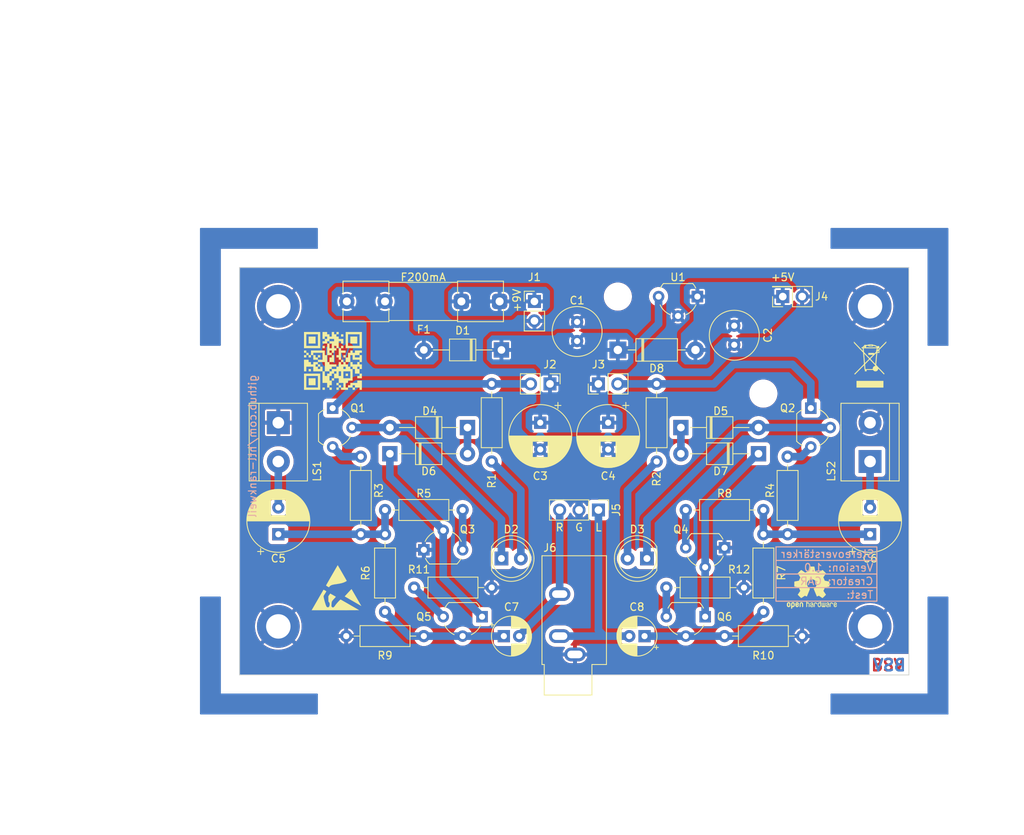
<source format=kicad_pcb>
(kicad_pcb (version 20221018) (generator pcbnew)
  (title_block (title "${acronym} - ${title}") (date "${date}") (rev "${revision}") (company "${company}") (comment 1 "${creator}") (comment 2 "${license}"))
  (layers (0 "F.Cu" signal) (31 "B.Cu" signal) (34 "B.Paste" user) (35 "F.Paste" user) (36 "B.SilkS" user "B.Silkscreen") (37 "F.SilkS" user "F.Silkscreen") (38 "B.Mask" user) (39 "F.Mask" user) (44 "Edge.Cuts" user))
  (property "acronym" "BSV")
  (property "company" "HTL-Rankweil")
  (property "creator" "GAR")
  (property "date" "1337-13-37")
  (property "license" "CC BY-NC-SA 4.0")
  (property "link" "github.com/htl-rankweil")
  (property "revision" "1.0")
  (property "title" "Stereoverstärker")
  (net 0 "")
  (net 1 "+9V")
  (net 2 "GND")
  (net 3 "+5V")
  (net 4 "Net-(C5-Pad1)")
  (net 5 "Net-(C5-Pad2)")
  (net 6 "Net-(C6-Pad1)")
  (net 7 "Net-(C6-Pad2)")
  (net 8 "Net-(Q5-B)")
  (net 9 "Net-(J5-Pin_3)")
  (net 10 "Net-(Q6-B)")
  (net 11 "Net-(J5-Pin_1)")
  (net 12 "Net-(D1-A)")
  (net 13 "Net-(D2-K)")
  (net 14 "Net-(D2-A)")
  (net 15 "Net-(D3-K)")
  (net 16 "Net-(D3-A)")
  (net 17 "Net-(D4-K)")
  (net 18 "Net-(D5-K)")
  (net 19 "Net-(D6-K)")
  (net 20 "Net-(D7-K)")
  (net 21 "Net-(J1-Pin_1)")
  (net 22 "Net-(J2-Pin_2)")
  (net 23 "Net-(J3-Pin_2)")
  (net 24 "Net-(Q1-E)")
  (net 25 "Net-(Q2-E)")
  (net 26 "Net-(Q3-E)")
  (net 27 "Net-(Q4-E)")
  (net 28 "Net-(Q5-E)")
  (net 29 "Net-(Q6-E)")
  (footprint "Capacitor_THT:CP_Radial_D8.0mm_P3.50mm" (layer "F.Cu") (at 148.59 96.52 -90)
    (fp_text reference "C4" (at 6.985 0 180) (layer "F.SilkS"))
    (fp_text value "220u")
    (pad "1" thru_hole rect (at 0 0 270) (size 1.6 1.6) (drill 0.8) (layers "*.Cu" "*.Mask") (net 1 "+9V"))
    (pad "2" thru_hole circle (at 3.5 0 270) (size 1.6 1.6) (drill 0.8) (layers "*.Cu" "*.Mask") (net 2 "GND"))
  )
  (footprint "MountingHole:MountingHole_3.2mm_M3" (layer "F.Cu") (at 168.91 92.71)
    (fp_text reference "H6" hide)
    (fp_text value "MountingHole" hide)
    (pad "" np_thru_hole circle (at 0 0) (size 3.2 3.2) (drill 3.2) (layers "*.Cu" "*.Mask"))
  )
  (footprint "Diode_THT:D_T-1_P10.16mm_Horizontal" (layer "F.Cu") (at 120.015 100.584)
    (fp_text reference "D6" (at 5.08 2.286) (layer "F.SilkS"))
    (fp_text value "1N4148")
    (pad "1" thru_hole rect (at 0 0) (size 2 2) (drill 1) (layers "*.Cu" "*.Mask") (net 19 "Net-(D6-K)"))
    (pad "2" thru_hole oval (at 10.16 0) (size 2 2) (drill 1) (layers "*.Cu" "*.Mask") (net 17 "Net-(D4-K)"))
  )
  (footprint "MountingHole:MountingHole_3.2mm_M3_DIN965_Pad" (layer "F.Cu") (at 182.88 81.28)
    (fp_text reference "H2" hide)
    (fp_text value "MountingHole_Pad" hide)
    (pad "1" thru_hole circle (at 0 0) (size 5.6 5.6) (drill 3.2) (layers "*.Cu" "*.Mask") (net 2 "GND"))
  )
  (footprint "Package_TO_SOT_THT:TO-92_Wide" (layer "F.Cu") (at 112.522 94.615 -90)
    (fp_text reference "Q1" (at 0 -3.31 180) (layer "F.SilkS"))
    (fp_text value "BC337")
    (pad "1" thru_hole rect (at 0 0 270) (size 1.5 1.5) (drill 0.8) (layers "*.Cu" "*.Mask") (net 22 "Net-(J2-Pin_2)"))
    (pad "2" thru_hole circle (at 2.54 -2.54 270) (size 1.5 1.5) (drill 0.8) (layers "*.Cu" "*.Mask") (net 13 "Net-(D2-K)"))
    (pad "3" thru_hole circle (at 5.08 0 270) (size 1.5 1.5) (drill 0.8) (layers "*.Cu" "*.Mask") (net 24 "Net-(Q1-E)"))
  )
  (footprint "Package_TO_SOT_THT:TO-92_Wide" (layer "F.Cu") (at 132.08 121.92 180)
    (fp_text reference "Q5" (at 7.62 0) (layer "F.SilkS"))
    (fp_text value "BC547")
    (pad "1" thru_hole rect (at 0 0 180) (size 1.5 1.5) (drill 0.8) (layers "*.Cu" "*.Mask") (net 19 "Net-(D6-K)"))
    (pad "2" thru_hole circle (at 2.54 -2.54 180) (size 1.5 1.5) (drill 0.8) (layers "*.Cu" "*.Mask") (net 8 "Net-(Q5-B)"))
    (pad "3" thru_hole circle (at 5.08 0 180) (size 1.5 1.5) (drill 0.8) (layers "*.Cu" "*.Mask") (net 28 "Net-(Q5-E)"))
  )
  (footprint "Diode_THT:D_T-1_P10.16mm_Horizontal" (layer "F.Cu") (at 130.175 97.155 180)
    (fp_text reference "D4" (at 4.953 2.159) (layer "F.SilkS"))
    (fp_text value "1N4148")
    (pad "1" thru_hole rect (at 0 0 180) (size 2 2) (drill 1) (layers "*.Cu" "*.Mask") (net 17 "Net-(D4-K)"))
    (pad "2" thru_hole oval (at 10.16 0 180) (size 2 2) (drill 1) (layers "*.Cu" "*.Mask") (net 13 "Net-(D2-K)"))
  )
  (footprint "Connector_PinHeader_2.54mm:PinHeader_1x02_P2.54mm_Vertical" (layer "F.Cu") (at 138.938 80.645)
    (fp_text reference "J1" (at 0 -3.175) (layer "F.SilkS"))
    (fp_text value "Conn_01x02_Pin" hide)
    (pad "1" thru_hole rect (at 0 0) (size 1.7 1.7) (drill 1) (layers "*.Cu" "*.Mask") (net 21 "Net-(J1-Pin_1)"))
    (pad "2" thru_hole oval (at 0 2.54) (size 1.7 1.7) (drill 1) (layers "*.Cu" "*.Mask") (net 2 "GND"))
  )
  (footprint "Package_TO_SOT_THT:TO-92_Wide" (layer "F.Cu") (at 161.29 121.92 180)
    (fp_text reference "Q6" (at -2.54 0) (layer "F.SilkS"))
    (fp_text value "BC547")
    (pad "1" thru_hole rect (at 0 0 180) (size 1.5 1.5) (drill 0.8) (layers "*.Cu" "*.Mask") (net 20 "Net-(D7-K)"))
    (pad "2" thru_hole circle (at 2.54 -2.54 180) (size 1.5 1.5) (drill 0.8) (layers "*.Cu" "*.Mask") (net 10 "Net-(Q6-B)"))
    (pad "3" thru_hole circle (at 5.08 0 180) (size 1.5 1.5) (drill 0.8) (layers "*.Cu" "*.Mask") (net 29 "Net-(Q6-E)"))
  )
  (footprint "Capacitor_THT:CP_Radial_D5.0mm_P2.00mm" (layer "F.Cu") (at 153.355113 124.46 180)
    (fp_text reference "C8" (at 1 3.81) (layer "F.SilkS"))
    (fp_text value "10u")
    (pad "1" thru_hole rect (at 0 0 180) (size 1.6 1.6) (drill 0.8) (layers "*.Cu" "*.Mask") (net 10 "Net-(Q6-B)"))
    (pad "2" thru_hole circle (at 2 0 180) (size 1.6 1.6) (drill 0.8) (layers "*.Cu" "*.Mask") (net 11 "Net-(J5-Pin_1)"))
  )
  (footprint "Images:QR_0x007e" (layer "F.Cu") (at 112.7125 88.5825)
    (fp_text reference "FID4" hide)
    (fp_text value "QR" hide)
  )
  (footprint "Resistor_THT:R_Axial_DIN0207_L6.3mm_D2.5mm_P10.16mm_Horizontal" (layer "F.Cu") (at 168.91 111.125 -90)
    (fp_text reference "R7" (at 5.08 -2.37 90) (layer "F.SilkS"))
    (fp_text value "47k")
    (pad "1" thru_hole circle (at 0 0 270) (size 1.6 1.6) (drill 0.8) (layers "*.Cu" "*.Mask") (net 6 "Net-(C6-Pad1)"))
    (pad "2" thru_hole oval (at 10.16 0 270) (size 1.6 1.6) (drill 0.8) (layers "*.Cu" "*.Mask") (net 10 "Net-(Q6-B)"))
  )
  (footprint "Resistor_THT:R_Axial_DIN0207_L6.3mm_D2.5mm_P10.16mm_Horizontal" (layer "F.Cu") (at 124.46 124.46 180)
    (fp_text reference "R9" (at 5.08 -2.54) (layer "F.SilkS"))
    (fp_text value "12k")
    (pad "1" thru_hole circle (at 0 0 180) (size 1.6 1.6) (drill 0.8) (layers "*.Cu" "*.Mask") (net 8 "Net-(Q5-B)"))
    (pad "2" thru_hole oval (at 10.16 0 180) (size 1.6 1.6) (drill 0.8) (layers "*.Cu" "*.Mask") (net 2 "GND"))
  )
  (footprint "Connector_PinHeader_2.54mm:PinHeader_1x02_P2.54mm_Vertical" (layer "F.Cu") (at 140.975 91.44 -90)
    (fp_text reference "J2" (at -2.54 0.005 180) (layer "F.SilkS"))
    (fp_text value "Conn_01x02_Pin" hide)
    (pad "1" thru_hole rect (at 0 0 270) (size 1.7 1.7) (drill 1) (layers "*.Cu" "*.Mask") (net 1 "+9V"))
    (pad "2" thru_hole oval (at 0 2.54 270) (size 1.7 1.7) (drill 1) (layers "*.Cu" "*.Mask") (net 22 "Net-(J2-Pin_2)"))
  )
  (footprint "LED_THT:LED_D5.0mm" (layer "F.Cu") (at 134.62 114.3)
    (fp_text reference "D2" (at 1.27 -3.81) (layer "F.SilkS"))
    (fp_text value "LED")
    (pad "1" thru_hole rect (at 0 0) (size 1.8 1.8) (drill 0.9) (layers "*.Cu" "*.Mask") (net 13 "Net-(D2-K)"))
    (pad "2" thru_hole circle (at 2.54 0) (size 1.8 1.8) (drill 0.9) (layers "*.Cu" "*.Mask") (net 14 "Net-(D2-A)"))
  )
  (footprint "Resistor_THT:R_Axial_DIN0207_L6.3mm_D2.5mm_P10.16mm_Horizontal" (layer "F.Cu") (at 154.94 91.44 -90)
    (fp_text reference "R2" (at 12.446 0 90) (layer "F.SilkS"))
    (fp_text value "1k2")
    (pad "1" thru_hole circle (at 0 0 270) (size 1.6 1.6) (drill 0.8) (layers "*.Cu" "*.Mask") (net 23 "Net-(J3-Pin_2)"))
    (pad "2" thru_hole oval (at 10.16 0 270) (size 1.6 1.6) (drill 0.8) (layers "*.Cu" "*.Mask") (net 16 "Net-(D3-A)"))
  )
  (footprint "Capacitor_THT:C_Radial_D6.3mm_H5.0mm_P2.50mm" (layer "F.Cu") (at 165.1 83.82 -90)
    (fp_text reference "C2" (at 1.25 -4.4 90) (layer "F.SilkS"))
    (fp_text value "220u")
    (pad "1" thru_hole circle (at 0 0 270) (size 1.6 1.6) (drill 0.8) (layers "*.Cu" "*.Mask") (net 3 "+5V"))
    (pad "2" thru_hole circle (at 2.5 0 270) (size 1.6 1.6) (drill 0.8) (layers "*.Cu" "*.Mask") (net 2 "GND"))
  )
  (footprint "MountingHole:MountingHole_3.2mm_M3" (layer "F.Cu") (at 149.86 80.01)
    (fp_text reference "H5" hide)
    (fp_text value "MountingHole" hide)
    (pad "" np_thru_hole circle (at 0 0) (size 3.2 3.2) (drill 3.2) (layers "*.Cu" "*.Mask"))
  )
  (footprint "Capacitor_THT:CP_Radial_D8.0mm_P3.50mm" (layer "F.Cu") (at 182.88 111.125 90)
    (fp_text reference "C6" (at -3.175 0 180) (layer "F.SilkS"))
    (fp_text value "470u")
    (pad "1" thru_hole rect (at 0 0 90) (size 1.6 1.6) (drill 0.8) (layers "*.Cu" "*.Mask") (net 6 "Net-(C6-Pad1)"))
    (pad "2" thru_hole circle (at 3.5 0 90) (size 1.6 1.6) (drill 0.8) (layers "*.Cu" "*.Mask") (net 7 "Net-(C6-Pad2)"))
  )
  (footprint "Package_TO_SOT_THT:TO-92_Wide" (layer "F.Cu") (at 163.83 112.895 180)
    (fp_text reference "Q4" (at 5.715 2.405) (layer "F.SilkS"))
    (fp_text value "BC327")
    (pad "1" thru_hole rect (at 0 0 180) (size 1.5 1.5) (drill 0.8) (layers "*.Cu" "*.Mask") (net 2 "GND"))
    (pad "2" thru_hole circle (at 2.54 -2.54 180) (size 1.5 1.5) (drill 0.8) (layers "*.Cu" "*.Mask") (net 20 "Net-(D7-K)"))
    (pad "3" thru_hole circle (at 5.08 0 180) (size 1.5 1.5) (drill 0.8) (layers "*.Cu" "*.Mask") (net 27 "Net-(Q4-E)"))
  )
  (footprint "Resistor_THT:R_Axial_DIN0207_L6.3mm_D2.5mm_P10.16mm_Horizontal" (layer "F.Cu") (at 168.91 107.95 180)
    (fp_text reference "R8" (at 5.08 2.159) (layer "F.SilkS"))
    (fp_text value "3R3")
    (pad "1" thru_hole circle (at 0 0 180) (size 1.6 1.6) (drill 0.8) (layers "*.Cu" "*.Mask") (net 6 "Net-(C6-Pad1)"))
    (pad "2" thru_hole oval (at 10.16 0 180) (size 1.6 1.6) (drill 0.8) (layers "*.Cu" "*.Mask") (net 27 "Net-(Q4-E)"))
  )
  (footprint "Resistor_THT:R_Axial_DIN0207_L6.3mm_D2.5mm_P10.16mm_Horizontal" (layer "F.Cu") (at 133.35 91.44 -90)
    (fp_text reference "R1" (at 12.7 0 -270) (layer "F.SilkS"))
    (fp_text value "1k2")
    (pad "1" thru_hole circle (at 0 0 270) (size 1.6 1.6) (drill 0.8) (layers "*.Cu" "*.Mask") (net 22 "Net-(J2-Pin_2)"))
    (pad "2" thru_hole oval (at 10.16 0 270) (size 1.6 1.6) (drill 0.8) (layers "*.Cu" "*.Mask") (net 14 "Net-(D2-A)"))
  )
  (footprint "Connector_PinHeader_2.54mm:PinHeader_1x02_P2.54mm_Vertical" (layer "F.Cu") (at 147.315 91.44 90)
    (fp_text reference "J3" (at 2.54 0.005 180) (layer "F.SilkS"))
    (fp_text value "Conn_01x02_Pin" hide)
    (pad "1" thru_hole rect (at 0 0 90) (size 1.7 1.7) (drill 1) (layers "*.Cu" "*.Mask") (net 1 "+9V"))
    (pad "2" thru_hole oval (at 0 2.54 90) (size 1.7 1.7) (drill 1) (layers "*.Cu" "*.Mask") (net 23 "Net-(J3-Pin_2)"))
  )
  (footprint "Diode_THT:D_T-1_P10.16mm_Horizontal" (layer "F.Cu") (at 158.115 97.155)
    (fp_text reference "D5" (at 5.207 -2.159) (layer "F.SilkS"))
    (fp_text value "1N4148")
    (pad "1" thru_hole rect (at 0 0) (size 2 2) (drill 1) (layers "*.Cu" "*.Mask") (net 18 "Net-(D5-K)"))
    (pad "2" thru_hole oval (at 10.16 0) (size 2 2) (drill 1) (layers "*.Cu" "*.Mask") (net 15 "Net-(D3-K)"))
  )
  (footprint "Capacitor_THT:CP_Radial_D5.0mm_P2.00mm" (layer "F.Cu") (at 134.934888 124.46)
    (fp_text reference "C7" (at 1 -3.81) (layer "F.SilkS"))
    (fp_text value "10u")
    (pad "1" thru_hole rect (at 0 0) (size 1.6 1.6) (drill 0.8) (layers "*.Cu" "*.Mask") (net 8 "Net-(Q5-B)"))
    (pad "2" thru_hole circle (at 2 0) (size 1.6 1.6) (drill 0.8) (layers "*.Cu" "*.Mask") (net 9 "Net-(J5-Pin_3)"))
  )
  (footprint "MountingHole:MountingHole_3.2mm_M3_DIN965_Pad" (layer "F.Cu") (at 105.41 81.28)
    (fp_text reference "H1" hide)
    (fp_text value "MountingHole_Pad" hide)
    (pad "1" thru_hole circle (at 0 0) (size 5.6 5.6) (drill 3.2) (layers "*.Cu" "*.Mask") (net 2 "GND"))
  )
  (footprint "Resistor_THT:R_Axial_DIN0207_L6.3mm_D2.5mm_P10.16mm_Horizontal" (layer "F.Cu") (at 163.83 124.46)
    (fp_text reference "R10" (at 5.08 2.54) (layer "F.SilkS"))
    (fp_text value "12k")
    (pad "1" thru_hole circle (at 0 0) (size 1.6 1.6) (drill 0.8) (layers "*.Cu" "*.Mask") (net 10 "Net-(Q6-B)"))
    (pad "2" thru_hole oval (at 10.16 0) (size 1.6 1.6) (drill 0.8) (layers "*.Cu" "*.Mask") (net 2 "GND"))
  )
  (footprint "Capacitor_THT:CP_Radial_D8.0mm_P3.50mm" (layer "F.Cu") (at 139.7 96.52 -90)
    (fp_text reference "C3" (at 6.985 0 180) (layer "F.SilkS"))
    (fp_text value "220u")
    (pad "1" thru_hole rect (at 0 0 270) (size 1.6 1.6) (drill 0.8) (layers "*.Cu" "*.Mask") (net 1 "+9V"))
    (pad "2" thru_hole circle (at 3.5 0 270) (size 1.6 1.6) (drill 0.8) (layers "*.Cu" "*.Mask") (net 2 "GND"))
  )
  (footprint "Connector_Audio:Jack_3.5mm_CUI_SJ1-3533NG_Horizontal" (layer "F.Cu") (at 144.245 126.86 180)
    (fp_text reference "J6" (at 3.275 13.96 180) (layer "F.SilkS"))
    (fp_text value "AudioJack3" hide)
    (pad "R" thru_hole oval (at 2 7.9 180) (size 2.8 1.8) (drill oval 2 1) (layers "*.Cu" "*.Mask") (net 9 "Net-(J5-Pin_3)"))
    (pad "S" thru_hole oval (at 0 0 180) (size 2.8 1.8) (drill oval 2 1) (layers "*.Cu" "*.Mask") (net 2 "GND"))
    (pad "T" thru_hole oval (at 2 2.4 180) (size 2.8 1.8) (drill oval 2 1) (layers "*.Cu" "*.Mask") (net 11 "Net-(J5-Pin_1)"))
  )
  (footprint "Symbol:OSHW-Logo2_7.3x6mm_SilkScreen" (layer "F.Cu") (at 175.26 118.11)
    (fp_text reference "FID2" hide)
    (fp_text value "Fiducial" hide)
  )
  (footprint "Diode_THT:D_T-1_P10.16mm_Horizontal" (layer "F.Cu") (at 168.275 100.584 180)
    (fp_text reference "D7" (at 4.953 -2.286) (layer "F.SilkS"))
    (fp_text value "1N4148")
    (pad "1" thru_hole rect (at 0 0 180) (size 2 2) (drill 1) (layers "*.Cu" "*.Mask") (net 20 "Net-(D7-K)"))
    (pad "2" thru_hole oval (at 10.16 0 180) (size 2 2) (drill 1) (layers "*.Cu" "*.Mask") (net 18 "Net-(D5-K)"))
  )
  (footprint "Diode_THT:D_DO-41_SOD81_P10.16mm_Horizontal" (layer "F.Cu") (at 149.86 86.995)
    (fp_text reference "D8" (at 5.08 2.413) (layer "F.SilkS"))
    (fp_text value "1N4001")
    (pad "1" thru_hole rect (at 0 0) (size 2.2 2.2) (drill 1.1) (layers "*.Cu" "*.Mask") (net 1 "+9V"))
    (pad "2" thru_hole oval (at 10.16 0) (size 2.2 2.2) (drill 1.1) (layers "*.Cu" "*.Mask") (net 3 "+5V"))
  )
  (footprint "Connector_PinHeader_2.54mm:PinHeader_1x03_P2.54mm_Vertical" (layer "F.Cu") (at 147.32 107.95 -90)
    (fp_text reference "J5" (at 0 -2.33 90) (layer "F.SilkS"))
    (fp_text value "Conn_01x03_Pin")
    (pad "1" thru_hole rect (at 0 0 270) (size 1.7 1.7) (drill 1) (layers "*.Cu" "*.Mask") (net 11 "Net-(J5-Pin_1)"))
    (pad "2" thru_hole oval (at 0 2.54 270) (size 1.7 1.7) (drill 1) (layers "*.Cu" "*.Mask") (net 2 "GND"))
    (pad "3" thru_hole oval (at 0 5.08 270) (size 1.7 1.7) (drill 1) (layers "*.Cu" "*.Mask") (net 9 "Net-(J5-Pin_3)"))
  )
  (footprint "Package_TO_SOT_THT:TO-92L_Wide" (layer "F.Cu") (at 160.274 80.01 180)
    (fp_text reference "U1" (at 2.54 2.54) (layer "F.SilkS"))
    (fp_text value "L78L05_TO92")
    (pad "1" thru_hole rect (at 0 0 180) (size 1.5 1.5) (drill 0.8) (layers "*.Cu" "*.Mask") (net 3 "+5V"))
    (pad "2" thru_hole circle (at 2.54 -2.54 180) (size 1.5 1.5) (drill 0.8) (layers "*.Cu" "*.Mask") (net 2 "GND"))
    (pad "3" thru_hole circle (at 5.08 0 180) (size 1.5 1.5) (drill 0.8) (layers "*.Cu" "*.Mask") (net 1 "+9V"))
  )
  (footprint "Capacitor_THT:CP_Radial_D8.0mm_P3.50mm" (layer "F.Cu") (at 105.41 111.125 90)
    (fp_text reference "C5" (at -3.175 0 180) (layer "F.SilkS"))
    (fp_text value "470u")
    (pad "1" thru_hole rect (at 0 0 90) (size 1.6 1.6) (drill 0.8) (layers "*.Cu" "*.Mask") (net 4 "Net-(C5-Pad1)"))
    (pad "2" thru_hole circle (at 3.5 0 90) (size 1.6 1.6) (drill 0.8) (layers "*.Cu" "*.Mask") (net 5 "Net-(C5-Pad2)"))
  )
  (footprint "Fuse:Fuseholder_Clip-5x20mm_Littelfuse_111_Inline_P20.00x5.00mm_D1.05mm_Horizontal" (layer "F.Cu") (at 134.38 80.645 180)
    (fp_text reference "F1" (at 9.92 -3.683 180) (layer "F.SilkS"))
    (fp_text value "Fuse")
    (pad "1" thru_hole roundrect (at 0 0 180) (size 2 2) (drill 1.05) (layers "*.Cu" "*.Mask") (net 21 "Net-(J1-Pin_1)"))
    (pad "1" thru_hole roundrect (at 5 0 180) (size 2 2) (drill 1.05) (layers "*.Cu" "*.Mask") (net 21 "Net-(J1-Pin_1)"))
    (pad "2" thru_hole circle (at 15 0 180) (size 2 2) (drill 1.05) (layers "*.Cu" "*.Mask") (net 12 "Net-(D1-A)"))
    (pad "2" thru_hole circle (at 20 0 180) (size 2 2) (drill 1.05) (layers "*.Cu" "*.Mask") (net 12 "Net-(D1-A)"))
  )
  (footprint "MountingHole:MountingHole_3.2mm_M3_DIN965_Pad" (layer "F.Cu") (at 182.88 123.19)
    (fp_text reference "H4" hide)
    (fp_text value "MountingHole_Pad" hide)
    (pad "1" thru_hole circle (at 0 0) (size 5.6 5.6) (drill 3.2) (layers "*.Cu" "*.Mask") (net 2 "GND"))
  )
  (footprint "Resistor_THT:R_Axial_DIN0207_L6.3mm_D2.5mm_P10.16mm_Horizontal" (layer "F.Cu") (at 119.38 107.95)
    (fp_text reference "R5" (at 5.08 -2.159) (layer "F.SilkS"))
    (fp_text value "3R3")
    (pad "1" thru_hole circle (at 0 0) (size 1.6 1.6) (drill 0.8) (layers "*.Cu" "*.Mask") (net 4 "Net-(C5-Pad1)"))
    (pad "2" thru_hole oval (at 10.16 0) (size 1.6 1.6) (drill 0.8) (layers "*.Cu" "*.Mask") (net 26 "Net-(Q3-E)"))
  )
  (footprint "TerminalBlock:TerminalBlock_bornier-2_P5.08mm" (layer "F.Cu") (at 105.41 96.52 -90)
    (fp_text reference "LS1" (at 6.35 -5.08 90) (layer "F.SilkS"))
    (fp_text value "Speaker" hide)
    (pad "1" thru_hole rect (at 0 0 270) (size 3 3) (drill 1.52) (layers "*.Cu" "*.Mask") (net 2 "GND"))
    (pad "2" thru_hole circle (at 5.08 0 270) (size 3 3) (drill 1.52) (layers "*.Cu" "*.Mask") (net 5 "Net-(C5-Pad2)"))
  )
  (footprint "Package_TO_SOT_THT:TO-92_Wide" (layer "F.Cu") (at 175.125 94.615 -90)
    (fp_text reference "Q2" (at 0 3.04 180) (layer "F.SilkS"))
    (fp_text value "BC337")
    (pad "1" thru_hole rect (at 0 0 270) (size 1.5 1.5) (drill 0.8) (layers "*.Cu" "*.Mask") (net 23 "Net-(J3-Pin_2)"))
    (pad "2" thru_hole circle (at 2.54 -2.54 270) (size 1.5 1.5) (drill 0.8) (layers "*.Cu" "*.Mask") (net 15 "Net-(D3-K)"))
    (pad "3" thru_hole circle (at 5.08 0 270) (size 1.5 1.5) (drill 0.8) (layers "*.Cu" "*.Mask") (net 25 "Net-(Q2-E)"))
  )
  (footprint "Symbol:ESD-Logo_6.6x6mm_SilkScreen" (layer "F.Cu") (at 113.03 118.11)
    (fp_text reference "FID1" hide)
    (fp_text value "Fiducial" hide)
  )
  (footprint "LED_THT:LED_D5.0mm" (layer "F.Cu") (at 153.67 114.3 180)
    (fp_text reference "D3" (at 1.27 3.81) (layer "F.SilkS"))
    (fp_text value "LED")
    (pad "1" thru_hole rect (at 0 0 180) (size 1.8 1.8) (drill 0.9) (layers "*.Cu" "*.Mask") (net 15 "Net-(D3-K)"))
    (pad "2" thru_hole circle (at 2.54 0 180) (size 1.8 1.8) (drill 0.9) (layers "*.Cu" "*.Mask") (net 16 "Net-(D3-A)"))
  )
  (footprint "Resistor_THT:R_Axial_DIN0207_L6.3mm_D2.5mm_P10.16mm_Horizontal" (layer "F.Cu") (at 119.38 111.125 -90)
    (fp_text reference "R6" (at 5.08 2.54 90) (layer "F.SilkS"))
    (fp_text value "47k")
    (pad "1" thru_hole circle (at 0 0 270) (size 1.6 1.6) (drill 0.8) (layers "*.Cu" "*.Mask") (net 4 "Net-(C5-Pad1)"))
    (pad "2" thru_hole oval (at 10.16 0 270) (size 1.6 1.6) (drill 0.8) (layers "*.Cu" "*.Mask") (net 8 "Net-(Q5-B)"))
  )
  (footprint "Resistor_THT:R_Axial_DIN0207_L6.3mm_D2.5mm_P10.16mm_Horizontal" (layer "F.Cu") (at 156.21 118.11)
    (fp_text reference "R12" (at 9.525 -2.37) (layer "F.SilkS"))
    (fp_text value "22")
    (pad "1" thru_hole circle (at 0 0) (size 1.6 1.6) (drill 0.8) (layers "*.Cu" "*.Mask") (net 29 "Net-(Q6-E)"))
    (pad "2" thru_hole oval (at 10.16 0) (size 1.6 1.6) (drill 0.8) (layers "*.Cu" "*.Mask") (net 2 "GND"))
  )
  (footprint "Resistor_THT:R_Axial_DIN0207_L6.3mm_D2.5mm_P10.16mm_Horizontal" (layer "F.Cu") (at 172.085 100.965 -90)
    (fp_text reference "R4" (at 4.445 2.286 90) (layer "F.SilkS"))
    (fp_text value "3R3")
    (pad "1" thru_hole circle (at 0 0 270) (size 1.6 1.6) (drill 0.8) (layers "*.Cu" "*.Mask") (net 25 "Net-(Q2-E)"))
    (pad "2" thru_hole oval (at 10.16 0 270) (size 1.6 1.6) (drill 0.8) (layers "*.Cu" "*.Mask") (net 6 "Net-(C6-Pad1)"))
  )
  (footprint "MountingHole:MountingHole_3.2mm_M3_DIN965_Pad" (layer "F.Cu") (at 105.41 123.19)
    (fp_text reference "H3" hide)
    (fp_text value "MountingHole_Pad" hide)
    (pad "1" thru_hole circle (at 0 0) (size 5.6 5.6) (drill 3.2) (layers "*.Cu" "*.Mask") (net 2 "GND"))
  )
  (footprint "Package_TO_SOT_THT:TO-92_Wide" (layer "F.Cu") (at 124.46 113.165)
    (fp_text reference "Q3" (at 5.715 -2.675) (layer "F.SilkS"))
    (fp_text value "BC327")
    (pad "1" thru_hole rect (at 0 0) (size 1.5 1.5) (drill 0.8) (layers "*.Cu" "*.Mask") (net 2 "GND"))
    (pad "2" thru_hole circle (at 2.54 -2.54) (size 1.5 1.5) (drill 0.8) (layers "*.Cu" "*.Mask") (net 19 "Net-(D6-K)"))
    (pad "3" thru_hole circle (at 5.08 0) (size 1.5 1.5) (drill 0.8) (layers "*.Cu" "*.Mask") (net 26 "Net-(Q3-E)"))
  )
  (footprint "Symbol:WEEE-Logo_4.2x6mm_SilkScreen" (layer "F.Cu") (at 182.88 88.9)
    (fp_text reference "FID3" hide)
    (fp_text value "Fiducial" hide)
  )
  (footprint "TerminalBlock:TerminalBlock_bornier-2_P5.08mm" (layer "F.Cu") (at 182.88 101.6 90)
    (fp_text reference "LS2" (at -1.27 -5.08 270) (layer "F.SilkS"))
    (fp_text value "Speaker" hide)
    (pad "1" thru_hole rect (at 0 0 90) (size 3 3) (drill 1.52) (layers "*.Cu" "*.Mask") (net 7 "Net-(C6-Pad2)"))
    (pad "2" thru_hole circle (at 5.08 0 90) (size 3 3) (drill 1.52) (layers "*.Cu" "*.Mask") (net 2 "GND"))
  )
  (footprint "Resistor_THT:R_Axial_DIN0207_L6.3mm_D2.5mm_P10.16mm_Horizontal" (layer "F.Cu") (at 123.19 118.11)
    (fp_text reference "R11" (at 0.635 -2.37) (layer "F.SilkS"))
    (fp_text value "22")
    (pad "1" thru_hole circle (at 0 0) (size 1.6 1.6) (drill 0.8) (layers "*.Cu" "*.Mask") (net 28 "Net-(Q5-E)"))
    (pad "2" thru_hole oval (at 10.16 0) (size 1.6 1.6) (drill 0.8) (layers "*.Cu" "*.Mask") (net 2 "GND"))
  )
  (footprint "Diode_THT:D_T-1_P10.16mm_Horizontal" (layer "F.Cu") (at 134.62 86.995 180)
    (fp_text reference "D1" (at 5.08 2.54) (layer "F.SilkS"))
    (fp_text value "D_Schottky")
    (pad "1" thru_hole rect (at 0 0 180) (size 2 2) (drill 1) (layers "*.Cu" "*.Mask") (net 1 "+9V"))
    (pad "2" thru_hole oval (at 10.16 0 180) (size 2 2) (drill 1) (layers "*.Cu" "*.Mask") (net 12 "Net-(D1-A)"))
  )
  (footprint "Capacitor_THT:C_Radial_D6.3mm_H5.0mm_P2.50mm" (layer "F.Cu") (at 144.526 85.832 90)
    (fp_text reference "C1" (at 5.314 0 180) (layer "F.SilkS"))
    (fp_text value "220u")
    (pad "1" thru_hole circle (at 0 0 90) (size 1.6 1.6) (drill 0.8) (layers "*.Cu" "*.Mask") (net 1 "+9V"))
    (pad "2" thru_hole circle (at 2.5 0 90) (size 1.6 1.6) (drill 0.8) (layers "*.Cu" "*.Mask") (net 2 "GND"))
  )
  (footprint "Connector_PinSocket_2.54mm:PinSocket_2x01_P2.54mm_Vertical" (layer "F.Cu") (at 171.45 80.01 180)
    (fp_text reference "J4" (at -5.08 0) (layer "F.SilkS"))
    (fp_text value "Conn_01x02_Socket")
    (pad "1" thru_hole rect (at 0 0 180) (size 1.7 1.7) (drill 1) (layers "*.Cu" "*.Mask") (net 3 "+5V"))
    (pad "2" thru_hole oval (at -2.54 0 180) (size 1.7 1.7) (drill 1) (layers "*.Cu" "*.Mask") (net 2 "GND"))
  )
  (footprint "Resistor_THT:R_Axial_DIN0207_L6.3mm_D2.5mm_P10.16mm_Horizontal" (layer "F.Cu") (at 116.205 100.965 -90)
    (fp_text reference "R3" (at 4.445 -2.37 90) (layer "F.SilkS"))
    (fp_text value "3R3")
    (pad "1" thru_hole circle (at 0 0 270) (size 1.6 1.6) (drill 0.8) (layers "*.Cu" "*.Mask") (net 24 "Net-(Q1-E)"))
    (pad "2" thru_hole oval (at 10.16 0 270) (size 1.6 1.6) (drill 0.8) (layers "*.Cu" "*.Mask") (net 4 "Net-(C5-Pad1)"))
  )
  (gr_line (start 113.9825 88.5825) (end 114.6175 86.6775) (stroke (width 0.2)) (layer "B.Cu"))
  (gr_line (start 112.7125 86.6775) (end 112.7125 88.5825) (stroke (width 0.2)) (layer "B.Cu"))
  (gr_poly (pts (xy 110.49 73.66) (xy 97.79 73.66) (xy 97.79 86.36) (xy 95.25 86.36) (xy 95.25 71.12) (xy 110.49 71.12)) (stroke (width 0.2)) (fill solid) (layer "B.Cu"))
  (gr_poly (pts (xy 193.04 134.62) (xy 177.8 134.62) (xy 177.8 132.08) (xy 190.5 132.08) (xy 190.5 119.38) (xy 193.04 119.38)) (stroke (width 0.2)) (fill solid) (layer "B.Cu"))
  (gr_poly (pts (xy 97.79 132.08) (xy 110.49 132.08) (xy 110.49 134.62) (xy 95.25 134.62) (xy 95.25 119.38) (xy 97.79 119.38)) (stroke (width 0.2)) (fill solid) (layer "B.Cu"))
  (gr_line (start 113.3475 86.6775) (end 113.9825 88.5825) (stroke (width 0.2)) (layer "B.Cu"))
  (gr_poly (pts (xy 193.04 86.36) (xy 190.5 86.36) (xy 190.5 73.66) (xy 177.8 73.66) (xy 177.8 71.12) (xy 193.04 71.12)) (stroke (width 0.2)) (fill solid) (layer "B.Cu"))
  (gr_line (start 111.76 86.6775) (end 111.76 88.5825) (stroke (width 0.2)) (layer "B.Cu"))
  (gr_line (start 183.769 114.554) (end 170.561 114.554) (stroke (width 0.15)) (layer "B.SilkS"))
  (gr_line (start 183.769 118.11) (end 170.561 118.11) (stroke (width 0.15)) (layer "B.SilkS"))
  (gr_line (start 183.769 116.332) (end 170.688 116.332) (stroke (width 0.15)) (layer "B.SilkS"))
  (gr_rect (start 170.561 112.776) (end 183.769 119.888) (stroke (width 0.15)) (fill none) (layer "B.SilkS"))
  (gr_line (start 100.33 76.2) (end 187.96 76.2) (stroke (width 0.1)) (layer "Edge.Cuts"))
  (gr_line (start 100.33 129.54) (end 100.33 76.2) (stroke (width 0.1)) (layer "Edge.Cuts"))
  (gr_line (start 187.96 129.54) (end 100.33 129.54) (stroke (width 0.1)) (layer "Edge.Cuts"))
  (gr_line (start 187.96 76.2) (end 187.96 129.54) (stroke (width 0.1)) (layer "Edge.Cuts"))
  (gr_text "${acronym}" (at 185.166 128.27) (layer "F.Cu") (effects (font (size 1.5 1.5) (thickness 0.3))))
  (gr_text "${acronym}" (at 185.42 128.27) (layer "B.Cu") (effects (font (size 1.5 1.5) (thickness 0.3)) (justify mirror)))
  (gr_text "${link}" (at 102.616 90.17 90) (layer "B.SilkS") (effects (font (size 1 1)) (justify left bottom mirror)))
  (gr_text "${title}" (at 183.515 114.3) (layer "B.SilkS") (effects (font (size 1 1)) (justify left bottom mirror)))
  (gr_text "Creator: ${creator}" (at 183.388 117.856) (layer "B.SilkS") (effects (font (size 1 1)) (justify left bottom mirror)))
  (gr_text "Test:" (at 183.388 119.634) (layer "B.SilkS") (effects (font (size 1 1)) (justify left bottom mirror)))
  (gr_text "Version: ${revision}" (at 183.388 116.078) (layer "B.SilkS") (effects (font (size 1 1)) (justify left bottom mirror)))
  (gr_text "G" (at 144.78 110.236) (layer "F.SilkS") (effects (font (size 1 1))))
  (gr_text "+9V" (at 136.652 80.518 90) (layer "F.SilkS") (effects (font (size 1 1))))
  (gr_text "+5V" (at 171.45 77.47) (layer "F.SilkS") (effects (font (size 1 1))))
  (gr_text "L" (at 147.32 110.236) (layer "F.SilkS") (effects (font (size 1 1))))
  (gr_text "R" (at 142.24 110.236) (layer "F.SilkS") (effects (font (size 1 1))))
  (gr_text "F200mA" (at 124.38 77.47) (layer "F.SilkS") (effects (font (size 1 1))))
  (segment (start 151.765 86.995) (end 149.86 86.995) (width 1) (layer "B.Cu") (net 1))
  (segment (start 155.194 80.01) (end 155.194 83.566) (width 1) (layer "B.Cu") (net 1))
  (segment (start 155.194 83.566) (end 151.765 86.995) (width 1) (layer "B.Cu") (net 1))
  (segment (start 144.78 107.95) (end 144.78 109.855) (width 1) (layer "B.Cu") (net 2))
  (segment (start 144.78 107.95) (end 144.78 106.045) (width 1) (layer "B.Cu") (net 2))
  (segment (start 119.38 111.125) (end 119.38 107.95) (width 1) (layer "B.Cu") (net 4))
  (segment (start 116.205 111.125) (end 119.38 111.125) (width 1) (layer "B.Cu") (net 4))
  (segment (start 116.205 111.125) (end 105.41 111.125) (width 1) (layer "B.Cu") (net 4))
  (segment (start 105.41 107.625) (end 105.41 101.6) (width 1) (layer "B.Cu") (net 5))
  (segment (start 172.085 111.125) (end 168.91 111.125) (width 1) (layer "B.Cu") (net 6))
  (segment (start 182.88 111.125) (end 172.085 111.125) (width 1) (layer "B.Cu") (net 6))
  (segment (start 168.91 111.125) (end 168.91 107.95) (width 1) (layer "B.Cu") (net 6))
  (segment (start 182.88 107.625) (end 182.88 101.6) (width 1) (layer "B.Cu") (net 7))
  (segment (start 122.555 124.46) (end 119.38 121.285) (width 1) (layer "B.Cu") (net 8))
  (segment (start 124.46 124.46) (end 122.555 124.46) (width 1) (layer "B.Cu") (net 8))
  (segment (start 134.934888 124.46) (end 129.54 124.46) (width 1) (layer "B.Cu") (net 8))
  (segment (start 129.54 124.46) (end 124.46 124.46) (width 1) (layer "B.Cu") (net 8))
  (segment (start 142.24 107.95) (end 142.24 119.095) (width 1) (layer "B.Cu") (net 9))
  (segment (start 142.24 119.095) (end 136.934888 124.400112) (width 1) (layer "B.Cu") (net 9))
  (segment (start 153.355113 124.46) (end 158.75 124.46) (width 1) (layer "B.Cu") (net 10))
  (segment (start 163.83 124.46) (end 165.735 124.46) (width 1) (layer "B.Cu") (net 10))
  (segment (start 158.75 124.46) (end 163.83 124.46) (width 1) (layer "B.Cu") (net 10))
  (segment (start 165.735 124.46) (end 168.91 121.285) (width 1) (layer "B.Cu") (net 10))
  (segment (start 147.32 123.698) (end 147.32 107.95) (width 1) (layer "B.Cu") (net 11))
  (segment (start 151.355113 124.46) (end 142.375 124.46) (width 1) (layer "B.Cu") (net 11))
  (segment (start 148.082 124.46) (end 147.32 123.698) (width 1) (layer "B.Cu") (net 11))
  (segment (start 122.555 97.155) (end 115.062 97.155) (width 1) (layer "B.Cu") (net 13))
  (segment (start 134.62 114.3) (end 134.62 109.22) (width 1) (layer "B.Cu") (net 13))
  (segment (start 134.62 109.22) (end 122.555 97.155) (width 1) (layer "B.Cu") (net 13))
  (segment (start 133.35 101.6) (end 137.16 105.41) (width 1) (layer "B.Cu") (net 14))
  (segment (start 137.16 105.41) (end 137.16 114.3) (width 1) (layer "B.Cu") (net 14))
  (segment (start 165.735 97.155) (end 177.665 97.155) (width 1) (layer "B.Cu") (net 15))
  (segment (start 153.67 114.3) (end 153.67 109.22) (width 1) (layer "B.Cu") (net 15))
  (segment (start 153.67 109.22) (end 165.735 97.155) (width 1) (layer "B.Cu") (net 15))
  (segment (start 151.13 105.41) (end 151.13 114.3) (width 1) (layer "B.Cu") (net 16))
  (segment (start 154.94 101.6) (end 151.13 105.41) (width 1) (layer "B.Cu") (net 16))
  (segment (start 130.175 97.155) (end 130.175 100.584) (width 1) (layer "B.Cu") (net 17))
  (segment (start 158.115 97.155) (end 158.115 100.584) (width 1) (layer "B.Cu") (net 18))
  (segment (start 127 116.84) (end 132.08 121.92) (width 1) (layer "B.Cu") (net 19))
  (segment (start 120.015 103.64) (end 127 110.625) (width 1) (layer "B.Cu") (net 19))
  (segment (start 127 110.625) (end 127 116.84) (width 1) (layer "B.Cu") (net 19))
  (segment (start 120.015 100.584) (end 120.015 103.64) (width 1) (layer "B.Cu") (net 19))
  (segment (start 161.29 115.435) (end 161.29 121.92) (width 1) (layer "B.Cu") (net 20))
  (segment (start 161.29 107.442) (end 161.29 115.435) (width 1) (layer "B.Cu") (net 20))
  (segment (start 168.275 100.457) (end 161.29 107.442) (width 1) (layer "B.Cu") (net 20))
  (segment (start 115.697 91.44) (end 112.522 94.615) (width 1) (layer "B.Cu") (net 22))
  (segment (start 138.435 91.44) (end 115.697 91.44) (width 1) (layer "B.Cu") (net 22))
  (segment (start 175.125 91.305) (end 175.125 94.615) (width 1) (layer "B.Cu") (net 23))
  (segment (start 149.855 91.44) (end 162.433 91.44) (width 1) (layer "B.Cu") (net 23))
  (segment (start 162.433 91.44) (end 164.973 88.9) (width 1) (layer "B.Cu") (net 23))
  (segment (start 164.973 88.9) (end 172.72 88.9) (width 1) (layer "B.Cu") (net 23))
  (segment (start 172.72 88.9) (end 175.125 91.305) (width 1) (layer "B.Cu") (net 23))
  (segment (start 112.522 99.695) (end 113.792 100.965) (width 1) (layer "B.Cu") (net 24))
  (segment (start 113.792 100.965) (end 116.205 100.965) (width 1) (layer "B.Cu") (net 24))
  (segment (start 175.125 99.703) (end 173.863 100.965) (width 1) (layer "B.Cu") (net 25))
  (segment (start 173.863 100.965) (end 172.085 100.965) (width 1) (layer "B.Cu") (net 25))
  (segment (start 175.125 99.695) (end 175.125 99.703) (width 1) (layer "B.Cu") (net 25))
  (segment (start 129.54 107.95) (end 129.54 113.165) (width 1) (layer "B.Cu") (net 26))
  (segment (start 158.75 107.95) (end 158.75 112.895) (width 1) (layer "B.Cu") (net 27))
  (segment (start 123.19 118.11) (end 127 121.92) (width 1) (layer "B.Cu") (net 28))
  (segment (start 156.21 118.11) (end 156.21 121.92) (width 1) (layer "B.Cu") (net 29))
  (zone (net 2) (net_name "GND") (layers "F&B.Cu") (connect_pads (clearance 0.508)) (min_thickness 0.254) (fill yes (thermal_gap 0.254) (thermal_bridge_width 0.508))
    (polygon (pts (xy 187.96 129.54) (xy 100.33 129.54) (xy 100.33 76.2) (xy 187.96 76.2)))
  )
  (zone (net 12) (net_name "Net-(D1-A)") (layer "B.Cu") (priority 1) (connect_pads (clearance 0.508)) (min_thickness 0.254) (fill yes (thermal_gap 0.254) (thermal_bridge_width 0.508))
    (polygon (pts (xy 122.555 79.375) (xy 122.555 84.455) (xy 123.19 85.09) (xy 125.73 85.09) (xy 126.365 85.725) (xy 126.365 88.265) (xy 125.73 88.9) (xy 118.11 88.9) (xy 117.475 88.265) (xy 117.475 83.185) (xy 116.84 82.55) (xy 113.03 82.55) (xy 112.395 81.915) (xy 112.395 79.375) (xy 113.03 78.74) (xy 121.92 78.74)))
  )
  (zone (net 3) (net_name "+5V") (layer "B.Cu") (priority 2) (connect_pads (clearance 0.508)) (min_thickness 0.254) (fill yes (thermal_gap 0.254) (thermal_bridge_width 0.508))
    (polygon (pts (xy 159.766 82.042) (xy 158.496 80.772) (xy 158.496 78.74) (xy 159.131 78.105) (xy 172.085 78.105) (xy 172.72 78.74) (xy 172.72 81.353727) (xy 169.237727 84.836) (xy 163.449 84.836) (xy 161.932239 86.352761) (xy 161.932239 88.410309) (xy 161.442548 88.9) (xy 158.623 88.9) (xy 158.115 88.392) (xy 158.115 84.836) (xy 159.766 83.185)))
  )
  (zone (net 1) (net_name "+9V") (layer "B.Cu") (priority 1) (connect_pads (clearance 0.508)) (min_thickness 0.254) (fill yes (thermal_gap 0.254) (thermal_bridge_width 0.508))
    (polygon (pts (xy 151.892 85.598) (xy 151.892 88.6714) (xy 151.0284 89.535) (xy 149.225 89.535) (xy 148.59 90.17) (xy 148.59 93.98) (xy 149.225 94.615) (xy 149.86 94.615) (xy 150.495 95.25) (xy 150.495 97.155) (xy 149.86 97.79) (xy 138.43 97.79) (xy 137.795 97.155) (xy 137.795 95.25) (xy 138.43 94.615) (xy 139.065 94.615) (xy 139.7 93.98) (xy 139.7 89.535) (xy 139.065 88.9) (xy 133.35 88.9) (xy 132.715 88.265) (xy 132.715 85.725) (xy 133.35 85.09) (xy 141.605 85.09) (xy 141.9352 84.7598) (xy 151.0538 84.7598)))
  )
  (zone (net 21) (net_name "Net-(J1-Pin_1)") (layer "B.Cu") (priority 1) (connect_pads (clearance 0.508)) (min_thickness 0.254) (fill yes (thermal_gap 0.254) (thermal_bridge_width 0.508))
    (polygon (pts (xy 140.462 78.74) (xy 140.97 79.248) (xy 140.97 81.407) (xy 140.462 81.915) (xy 136.525 81.915) (xy 135.89 82.55) (xy 128.27 82.55) (xy 127.635 81.915) (xy 127.635 79.375) (xy 128.27 78.74)))
  )
)
</source>
